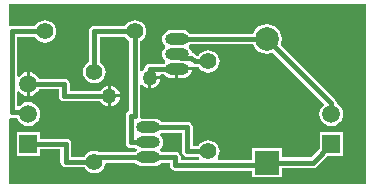
<source format=gtl>
G04 Layer_Physical_Order=1*
G04 Layer_Color=255*
%FSLAX44Y44*%
%MOMM*%
G71*
G01*
G75*
%ADD10C,0.4000*%
%ADD11O,2.0000X1.0000*%
%ADD12O,2.0000X1.0000*%
%ADD13R,1.5000X1.5000*%
%ADD14C,1.5000*%
%ADD15C,1.4000*%
%ADD16C,2.0000*%
%ADD17R,2.0000X2.0000*%
%ADD18C,1.2700*%
G36*
X304800Y1270D02*
X2540D01*
Y57056D01*
X3810Y57854D01*
X5080Y57601D01*
X9574D01*
X10280Y55897D01*
X11889Y53799D01*
X13987Y52190D01*
X16429Y51178D01*
X19050Y50833D01*
X21671Y51178D01*
X24113Y52190D01*
X26211Y53799D01*
X27820Y55897D01*
X28832Y58339D01*
X29177Y60960D01*
X28832Y63581D01*
X27820Y66023D01*
X26211Y68121D01*
X24113Y69730D01*
X21671Y70742D01*
X19050Y71087D01*
X16429Y70742D01*
X13987Y69730D01*
X11889Y68121D01*
X11566Y67699D01*
X9936Y67575D01*
X9709Y67790D01*
Y79955D01*
X10979Y80386D01*
X11889Y79199D01*
X13987Y77590D01*
X16429Y76578D01*
X17780Y76401D01*
Y86360D01*
Y96319D01*
X16429Y96142D01*
X13987Y95130D01*
X11889Y93521D01*
X10979Y92334D01*
X9709Y92765D01*
Y126181D01*
X24611D01*
X24687Y125999D01*
X26216Y124006D01*
X28209Y122477D01*
X30530Y121516D01*
X33020Y121188D01*
X35510Y121516D01*
X37831Y122477D01*
X39824Y124006D01*
X41353Y125999D01*
X42314Y128320D01*
X42642Y130810D01*
X42314Y133300D01*
X41353Y135621D01*
X39824Y137614D01*
X37831Y139143D01*
X35510Y140104D01*
X33020Y140432D01*
X30530Y140104D01*
X28209Y139143D01*
X26216Y137614D01*
X24687Y135621D01*
X24611Y135439D01*
X5080D01*
X3810Y135186D01*
X2540Y135984D01*
Y153670D01*
X304800D01*
Y1270D01*
D02*
G37*
%LPC*%
G36*
X96430Y74930D02*
X88900D01*
Y67400D01*
X89951Y67539D01*
X92113Y68435D01*
X93970Y69860D01*
X95395Y71717D01*
X96291Y73879D01*
X96430Y74930D01*
D02*
G37*
G36*
X20320Y96319D02*
Y86360D01*
Y76401D01*
X21671Y76578D01*
X24113Y77590D01*
X26211Y79199D01*
X27820Y81297D01*
X28000Y81731D01*
X44901D01*
Y76200D01*
X45253Y74429D01*
X46257Y72927D01*
X47759Y71923D01*
X49530Y71571D01*
X79976D01*
X81290Y69860D01*
X83147Y68435D01*
X85309Y67539D01*
X86360Y67400D01*
Y76200D01*
Y85000D01*
X85309Y84861D01*
X83147Y83965D01*
X81290Y82540D01*
X79976Y80829D01*
X54159D01*
Y86360D01*
X53807Y88131D01*
X52803Y89633D01*
X51301Y90637D01*
X49530Y90989D01*
X28000D01*
X27820Y91423D01*
X26211Y93521D01*
X24113Y95130D01*
X21671Y96142D01*
X20320Y96319D01*
D02*
G37*
G36*
X109220Y140432D02*
X106730Y140104D01*
X104409Y139143D01*
X102416Y137614D01*
X100887Y135621D01*
X100811Y135439D01*
X74930D01*
X73159Y135087D01*
X71657Y134083D01*
X70653Y132581D01*
X70301Y130810D01*
Y104929D01*
X70119Y104853D01*
X68126Y103324D01*
X66597Y101331D01*
X65636Y99010D01*
X65308Y96520D01*
X65636Y94030D01*
X66597Y91709D01*
X68126Y89716D01*
X70119Y88187D01*
X72440Y87226D01*
X74930Y86898D01*
X77420Y87226D01*
X79741Y88187D01*
X81734Y89716D01*
X83263Y91709D01*
X84224Y94030D01*
X84552Y96520D01*
X84224Y99010D01*
X83263Y101331D01*
X81734Y103324D01*
X79741Y104853D01*
X79559Y104929D01*
Y126181D01*
X100811D01*
X100887Y125999D01*
X102416Y124006D01*
X104409Y122477D01*
X104591Y122401D01*
Y63397D01*
X104339Y63347D01*
X102837Y62343D01*
X101833Y60841D01*
X101481Y59070D01*
Y36830D01*
X101833Y35059D01*
X102837Y33557D01*
X104339Y32553D01*
X106110Y32201D01*
X109698D01*
X110272Y31452D01*
X110712Y31115D01*
Y29845D01*
X110272Y29508D01*
X109698Y28759D01*
X79486D01*
X77420Y29614D01*
X74930Y29942D01*
X72440Y29614D01*
X70119Y28653D01*
X68126Y27124D01*
X66597Y25131D01*
X66521Y24949D01*
X55429D01*
Y35560D01*
X55077Y37331D01*
X54073Y38833D01*
X52571Y39837D01*
X50800Y40189D01*
X29090D01*
Y45600D01*
X9010D01*
Y25520D01*
X29090D01*
Y30931D01*
X46171D01*
Y20320D01*
X46523Y18549D01*
X47527Y17047D01*
X49029Y16043D01*
X50800Y15691D01*
X66521D01*
X66597Y15509D01*
X68126Y13516D01*
X70119Y11987D01*
X72440Y11026D01*
X74930Y10698D01*
X77420Y11026D01*
X79741Y11987D01*
X81734Y13516D01*
X83263Y15509D01*
X84224Y17830D01*
X84445Y19501D01*
X109698D01*
X110272Y18752D01*
X111847Y17544D01*
X113682Y16784D01*
X115650Y16525D01*
X125650D01*
X127618Y16784D01*
X129452Y17544D01*
X131028Y18752D01*
X131602Y19501D01*
X138881D01*
Y17670D01*
X139233Y15899D01*
X140237Y14397D01*
X141739Y13393D01*
X143510Y13041D01*
X208440D01*
Y7320D01*
X233520D01*
Y15231D01*
X259890D01*
X259890Y15231D01*
X261661Y15583D01*
X263163Y16587D01*
X272096Y25520D01*
X285630D01*
Y45600D01*
X265550D01*
Y32066D01*
X257973Y24489D01*
X233520D01*
Y32400D01*
X208440D01*
Y22299D01*
X179773D01*
X179146Y23569D01*
X179783Y24399D01*
X180744Y26720D01*
X181072Y29210D01*
X180744Y31700D01*
X179783Y34021D01*
X178254Y36014D01*
X176261Y37543D01*
X173940Y38504D01*
X171450Y38832D01*
X168960Y38504D01*
X166639Y37543D01*
X164646Y36014D01*
X163117Y34021D01*
X163041Y33839D01*
X158299D01*
Y49530D01*
X157947Y51301D01*
X156943Y52803D01*
X155441Y53807D01*
X153670Y54159D01*
X131602D01*
X131028Y54908D01*
X129452Y56116D01*
X127618Y56876D01*
X125650Y57135D01*
X115650D01*
X114716Y57012D01*
X113667Y58155D01*
X113849Y59070D01*
Y85269D01*
X115119Y85700D01*
X115580Y85100D01*
X117437Y83675D01*
X119599Y82779D01*
X120650Y82640D01*
Y91440D01*
X121920D01*
Y92710D01*
X130719D01*
X130660Y93161D01*
X131549Y94431D01*
X133828D01*
X134402Y93682D01*
X135977Y92474D01*
X137812Y91714D01*
X139780Y91455D01*
X143510D01*
Y99060D01*
X144780D01*
Y100330D01*
X157218D01*
X157214Y100358D01*
X158340Y101133D01*
X160112Y100781D01*
X160112Y100781D01*
X163041D01*
X163117Y100599D01*
X164646Y98606D01*
X166639Y97077D01*
X168960Y96116D01*
X171450Y95788D01*
X173940Y96116D01*
X176261Y97077D01*
X178254Y98606D01*
X179783Y100599D01*
X180744Y102920D01*
X181072Y105410D01*
X180744Y107900D01*
X179783Y110221D01*
X178254Y112214D01*
X176261Y113743D01*
X173940Y114704D01*
X171450Y115032D01*
X168960Y114704D01*
X166639Y113743D01*
X164646Y112214D01*
X163186Y110311D01*
X162154Y110205D01*
X161868Y110200D01*
X160195Y111873D01*
X158693Y112877D01*
X157199Y113174D01*
X157126Y113728D01*
X156366Y115562D01*
X155158Y117138D01*
X154718Y117475D01*
Y118745D01*
X155158Y119082D01*
X155732Y119831D01*
X209324D01*
X210026Y118136D01*
X212036Y115516D01*
X214656Y113506D01*
X217706Y112243D01*
X220980Y111812D01*
X224254Y112243D01*
X225949Y112945D01*
X269074Y69819D01*
X268991Y68552D01*
X268429Y68121D01*
X266820Y66023D01*
X265808Y63581D01*
X265463Y60960D01*
X265808Y58339D01*
X266820Y55897D01*
X268429Y53799D01*
X270527Y52190D01*
X272969Y51178D01*
X275590Y50833D01*
X278211Y51178D01*
X280653Y52190D01*
X282751Y53799D01*
X284360Y55897D01*
X285372Y58339D01*
X285717Y60960D01*
X285372Y63581D01*
X284360Y66023D01*
X282751Y68121D01*
X280653Y69730D01*
X280206Y69915D01*
X279867Y71621D01*
X278863Y73123D01*
X278863Y73123D01*
X232495Y119491D01*
X233197Y121186D01*
X233628Y124460D01*
X233197Y127734D01*
X231934Y130784D01*
X229924Y133404D01*
X227304Y135414D01*
X224254Y136677D01*
X220980Y137108D01*
X217706Y136677D01*
X214656Y135414D01*
X212036Y133404D01*
X210026Y130784D01*
X209324Y129089D01*
X155732D01*
X155158Y129838D01*
X153582Y131046D01*
X151748Y131806D01*
X149780Y132065D01*
X139780D01*
X137812Y131806D01*
X135977Y131046D01*
X134402Y129838D01*
X133194Y128263D01*
X132434Y126428D01*
X132175Y124460D01*
X132434Y122492D01*
X133194Y120658D01*
X134402Y119082D01*
X134842Y118745D01*
Y117475D01*
X134402Y117138D01*
X133194Y115562D01*
X132434Y113728D01*
X132175Y111760D01*
X132434Y109792D01*
X133194Y107957D01*
X134402Y106382D01*
X134842Y106045D01*
Y104775D01*
X134402Y104438D01*
X133828Y103689D01*
X121920D01*
X120149Y103337D01*
X118647Y102333D01*
X117643Y100831D01*
X117299Y99100D01*
X115580Y97780D01*
X115119Y97180D01*
X113849Y97611D01*
Y122401D01*
X114031Y122477D01*
X116024Y124006D01*
X117553Y125999D01*
X118514Y128320D01*
X118842Y130810D01*
X118514Y133300D01*
X117553Y135621D01*
X116024Y137614D01*
X114031Y139143D01*
X111710Y140104D01*
X109220Y140432D01*
D02*
G37*
G36*
X157218Y97790D02*
X146050D01*
Y91455D01*
X149780D01*
X151748Y91714D01*
X153582Y92474D01*
X155158Y93682D01*
X156366Y95258D01*
X157126Y97092D01*
X157218Y97790D01*
D02*
G37*
G36*
X130719Y90170D02*
X123190D01*
Y82640D01*
X124241Y82779D01*
X126403Y83675D01*
X128260Y85100D01*
X129685Y86957D01*
X130581Y89119D01*
X130719Y90170D01*
D02*
G37*
G36*
X88900Y85000D02*
Y77470D01*
X96430D01*
X96291Y78521D01*
X95395Y80683D01*
X93970Y82540D01*
X92113Y83965D01*
X89951Y84861D01*
X88900Y85000D01*
D02*
G37*
%LPD*%
G36*
X149041Y29210D02*
X149393Y27439D01*
X150397Y25937D01*
X151899Y24933D01*
X153670Y24581D01*
X163041D01*
X163117Y24399D01*
X163754Y23569D01*
X163127Y22299D01*
X148139D01*
Y24130D01*
X147787Y25901D01*
X146783Y27403D01*
X145281Y28407D01*
X143510Y28759D01*
X131602D01*
X131028Y29508D01*
X130588Y29845D01*
Y31115D01*
X131028Y31452D01*
X132236Y33028D01*
X132996Y34862D01*
X133255Y36830D01*
X132996Y38798D01*
X132236Y40633D01*
X131028Y42208D01*
X130588Y42545D01*
Y43815D01*
X131028Y44152D01*
X131602Y44901D01*
X149041D01*
Y29210D01*
D02*
G37*
D10*
X121920Y99060D02*
X144780D01*
X143510Y17670D02*
X220980D01*
X74930Y24130D02*
X120650D01*
X5080Y62230D02*
X19050D01*
X5080Y130810D02*
X33020D01*
X74930D02*
X109220D01*
Y59070D02*
Y130810D01*
X50800Y20320D02*
X74930D01*
X50800D02*
Y35560D01*
X19050D02*
X50800D01*
X74930Y96520D02*
Y130810D01*
X121920Y91440D02*
Y99060D01*
X49530Y76200D02*
X87630D01*
X106110Y59070D02*
X109220D01*
X49530Y76200D02*
Y86360D01*
X19050D02*
X49530D01*
X5080Y62230D02*
Y130810D01*
X19050Y60960D02*
Y62230D01*
X74930Y20320D02*
Y24130D01*
X220980Y17670D02*
Y19860D01*
X143510Y17670D02*
Y24130D01*
X120650D02*
X143510D01*
X153670Y29210D02*
X171450D01*
X153670D02*
Y49530D01*
X120650D02*
X153670D01*
X106110Y36830D02*
X120650D01*
X106110D02*
Y59070D01*
X220980Y124460D02*
X275590Y69850D01*
Y60960D02*
Y69850D01*
X259890Y19860D02*
X275590Y35560D01*
X220980Y19860D02*
X259890D01*
X144780Y124460D02*
X220980D01*
X144780Y111760D02*
X147940Y108600D01*
X156922D01*
X160112Y105410D01*
X171450D01*
D11*
X120650Y49530D02*
D03*
Y24130D02*
D03*
X144780Y124460D02*
D03*
Y99060D02*
D03*
D12*
X120650Y36830D02*
D03*
X144780Y111760D02*
D03*
D13*
X19050Y35560D02*
D03*
X275590D02*
D03*
D14*
X19050Y60960D02*
D03*
Y86360D02*
D03*
X275590Y60960D02*
D03*
D15*
X171450Y29210D02*
D03*
Y105410D02*
D03*
X109220Y130810D02*
D03*
X33020D02*
D03*
X74930Y96520D02*
D03*
Y20320D02*
D03*
D16*
X220980Y124460D02*
D03*
D17*
Y19860D02*
D03*
D18*
X121920Y91440D02*
D03*
X87630Y76200D02*
D03*
M02*

</source>
